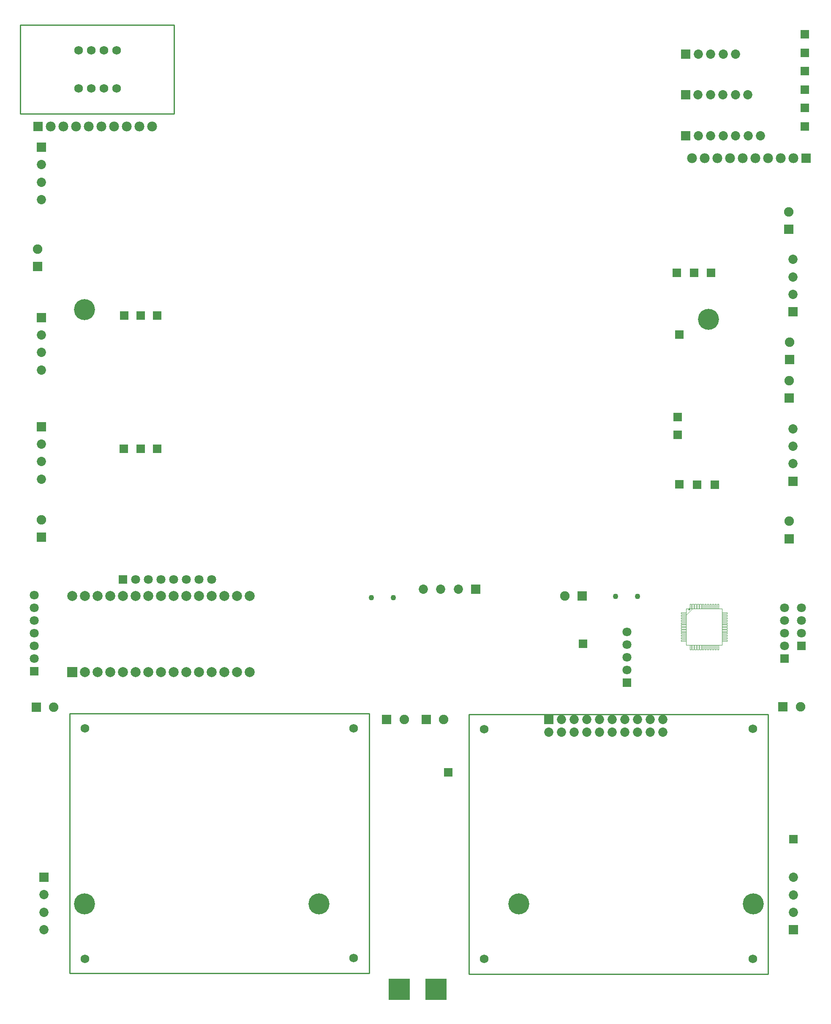
<source format=gbs>
G04*
G04 #@! TF.GenerationSoftware,Altium Limited,Altium NEXUS,2.1.5 (53)*
G04*
G04 Layer_Color=16711935*
%FSLAX44Y44*%
%MOMM*%
G71*
G01*
G75*
%ADD15C,0.2540*%
%ADD19C,0.0762*%
%ADD21C,0.0254*%
%ADD103C,4.2032*%
%ADD104C,1.7272*%
%ADD105R,2.0032X2.0032*%
%ADD106C,2.0032*%
%ADD107R,1.8532X1.8532*%
%ADD108C,1.8532*%
%ADD109R,1.8032X1.8032*%
%ADD110R,1.8532X1.8532*%
%ADD111R,1.8032X1.8032*%
%ADD112R,1.9032X1.9032*%
%ADD113C,1.9032*%
%ADD114R,1.9032X1.9032*%
%ADD115C,1.1032*%
%ADD116C,1.8032*%
%ADD117R,1.9812X1.9812*%
%ADD118C,1.9812*%
%ADD119R,4.2032X4.2032*%
D15*
X700050Y91536D02*
Y611536D01*
X100050Y91536D02*
Y611536D01*
X700050D01*
X100050Y91536D02*
X700050D01*
X1372Y1812090D02*
Y1990090D01*
Y1812090D02*
X309372D01*
Y1990090D01*
X1372D02*
X309372D01*
X900000Y610000D02*
X1500000D01*
X900000Y90000D02*
X1500000D01*
Y610000D01*
X900000Y90000D02*
Y610000D01*
D19*
X1341232Y822796D02*
Y818261D01*
X1339342Y821662D02*
X1343121Y819395D01*
Y821662D02*
X1339342Y819395D01*
D21*
X1397703Y820928D02*
X1400497D01*
Y830834D01*
X1397703D02*
X1400497D01*
X1397703Y820928D02*
Y830834D01*
X1392703Y820928D02*
X1395497D01*
Y830834D01*
X1392703D02*
X1395497D01*
X1392703Y820928D02*
Y830834D01*
X1387703Y820928D02*
X1390497D01*
Y830834D01*
X1387703D02*
X1390497D01*
X1387703Y820928D02*
Y830834D01*
X1382703Y820928D02*
X1385497D01*
Y830834D01*
X1382703D02*
X1385497D01*
X1382703Y820928D02*
Y830834D01*
X1377703Y820928D02*
X1380497D01*
Y830834D01*
X1377703D02*
X1380497D01*
X1377703Y820928D02*
Y830834D01*
X1372703Y820928D02*
X1375497D01*
Y830834D01*
X1372703D02*
X1375497D01*
X1372703Y820928D02*
Y830834D01*
X1367703Y820928D02*
X1370497D01*
Y830834D01*
X1367703D02*
X1370497D01*
X1367703Y820928D02*
Y830834D01*
X1362703Y820928D02*
X1365497D01*
Y830834D01*
X1362703D02*
X1365497D01*
X1362703Y820928D02*
Y830834D01*
X1357703Y820928D02*
X1360497D01*
Y830834D01*
X1357703D02*
X1360497D01*
X1357703Y820928D02*
Y830834D01*
X1352703Y820928D02*
X1355497D01*
Y830834D01*
X1352703D02*
X1355497D01*
X1352703Y820928D02*
Y830834D01*
X1347703Y820928D02*
X1350497D01*
Y830834D01*
X1347703D02*
X1350497D01*
X1347703Y820928D02*
Y830834D01*
X1342703Y820928D02*
X1345497D01*
Y830834D01*
X1342703D02*
X1345497D01*
X1342703Y820928D02*
Y830834D01*
X1335532Y810963D02*
Y813757D01*
X1325626D02*
X1335532D01*
X1325626Y810963D02*
Y813757D01*
Y810963D02*
X1335532D01*
Y805963D02*
Y808757D01*
X1325626D02*
X1335532D01*
X1325626Y805963D02*
Y808757D01*
Y805963D02*
X1335532D01*
Y800963D02*
Y803757D01*
X1325626D02*
X1335532D01*
X1325626Y800963D02*
Y803757D01*
Y800963D02*
X1335532D01*
Y795963D02*
Y798757D01*
X1325626D02*
X1335532D01*
X1325626Y795963D02*
Y798757D01*
Y795963D02*
X1335532D01*
Y790963D02*
Y793757D01*
X1325626D02*
X1335532D01*
X1325626Y790963D02*
Y793757D01*
Y790963D02*
X1335532D01*
Y785963D02*
Y788757D01*
X1325626D02*
X1335532D01*
X1325626Y785963D02*
Y788757D01*
Y785963D02*
X1335532D01*
Y780963D02*
Y783757D01*
X1325626D02*
X1335532D01*
X1325626Y780963D02*
Y783757D01*
Y780963D02*
X1335532D01*
Y775963D02*
Y778757D01*
X1325626D02*
X1335532D01*
X1325626Y775963D02*
Y778757D01*
Y775963D02*
X1335532D01*
Y770963D02*
Y773757D01*
X1325626D02*
X1335532D01*
X1325626Y770963D02*
Y773757D01*
Y770963D02*
X1335532D01*
Y765963D02*
Y768757D01*
X1325626D02*
X1335532D01*
X1325626Y765963D02*
Y768757D01*
Y765963D02*
X1335532D01*
Y760963D02*
Y763757D01*
X1325626D02*
X1335532D01*
X1325626Y760963D02*
Y763757D01*
Y760963D02*
X1335532D01*
Y755963D02*
Y758757D01*
X1325626D02*
X1335532D01*
X1325626Y755963D02*
Y758757D01*
Y755963D02*
X1335532D01*
X1342703Y748792D02*
X1345497D01*
X1342703Y738886D02*
Y748792D01*
Y738886D02*
X1345497D01*
Y748792D01*
X1347703D02*
X1350497D01*
X1347703Y738886D02*
Y748792D01*
Y738886D02*
X1350497D01*
Y748792D01*
X1352703D02*
X1355497D01*
X1352703Y738886D02*
Y748792D01*
Y738886D02*
X1355497D01*
Y748792D01*
X1357703D02*
X1360497D01*
X1357703Y738886D02*
Y748792D01*
Y738886D02*
X1360497D01*
Y748792D01*
X1362703D02*
X1365497D01*
X1362703Y738886D02*
Y748792D01*
Y738886D02*
X1365497D01*
Y748792D01*
X1367703D02*
X1370497D01*
X1367703Y738886D02*
Y748792D01*
Y738886D02*
X1370497D01*
Y748792D01*
X1372703D02*
X1375497D01*
X1372703Y738886D02*
Y748792D01*
Y738886D02*
X1375497D01*
Y748792D01*
X1377703D02*
X1380497D01*
X1377703Y738886D02*
Y748792D01*
Y738886D02*
X1380497D01*
Y748792D01*
X1382703D02*
X1385497D01*
X1382703Y738886D02*
Y748792D01*
Y738886D02*
X1385497D01*
Y748792D01*
X1387703D02*
X1390497D01*
X1387703Y738886D02*
Y748792D01*
Y738886D02*
X1390497D01*
Y748792D01*
X1392703D02*
X1395497D01*
X1392703Y738886D02*
Y748792D01*
Y738886D02*
X1395497D01*
Y748792D01*
X1397703D02*
X1400497D01*
X1397703Y738886D02*
Y748792D01*
Y738886D02*
X1400497D01*
Y748792D01*
X1407668Y755963D02*
Y758757D01*
Y755963D02*
X1417574D01*
Y758757D01*
X1407668D02*
X1417574D01*
X1407668Y760963D02*
Y763757D01*
Y760963D02*
X1417574D01*
Y763757D01*
X1407668D02*
X1417574D01*
X1407668Y765963D02*
Y768757D01*
Y765963D02*
X1417574D01*
Y768757D01*
X1407668D02*
X1417574D01*
X1407668Y770963D02*
Y773757D01*
Y770963D02*
X1417574D01*
Y773757D01*
X1407668D02*
X1417574D01*
X1407668Y775963D02*
Y778757D01*
Y775963D02*
X1417574D01*
Y778757D01*
X1407668D02*
X1417574D01*
X1407668Y780963D02*
Y783757D01*
Y780963D02*
X1417574D01*
Y783757D01*
X1407668D02*
X1417574D01*
X1407668Y785963D02*
Y788757D01*
Y785963D02*
X1417574D01*
Y788757D01*
X1407668D02*
X1417574D01*
X1407668Y790963D02*
Y793757D01*
Y790963D02*
X1417574D01*
Y793757D01*
X1407668D02*
X1417574D01*
X1407668Y795963D02*
Y798757D01*
Y795963D02*
X1417574D01*
Y798757D01*
X1407668D02*
X1417574D01*
X1407668Y800963D02*
Y803757D01*
Y800963D02*
X1417574D01*
Y803757D01*
X1407668D02*
X1417574D01*
X1407668Y805963D02*
Y808757D01*
Y805963D02*
X1417574D01*
Y808757D01*
X1407668D02*
X1417574D01*
X1407668Y810963D02*
Y813757D01*
Y810963D02*
X1417574D01*
Y813757D01*
X1407668D02*
X1417574D01*
X1335532Y808228D02*
X1348232Y820928D01*
X1335532Y748792D02*
X1407668D01*
Y820928D01*
X1335532D02*
X1407668D01*
X1335532Y748792D02*
Y820928D01*
D103*
X1380000Y1400000D02*
D03*
X130000Y1420000D02*
D03*
X1000000Y230000D02*
D03*
X600000D02*
D03*
X130000D02*
D03*
X1470000D02*
D03*
D104*
X669290Y581406D02*
D03*
Y121666D02*
D03*
X130810Y581406D02*
D03*
Y120396D02*
D03*
X117602Y1863090D02*
D03*
X143002D02*
D03*
X168402D02*
D03*
X193802D02*
D03*
X117602Y1939290D02*
D03*
X143002D02*
D03*
X168402D02*
D03*
X193802D02*
D03*
X1469240Y581140D02*
D03*
Y120130D02*
D03*
X930760Y579870D02*
D03*
Y120130D02*
D03*
D105*
X105410Y694690D02*
D03*
D106*
X130810D02*
D03*
X156210D02*
D03*
X181610D02*
D03*
X207010D02*
D03*
X232410D02*
D03*
X257810D02*
D03*
X283210D02*
D03*
X308610D02*
D03*
X334010D02*
D03*
X359410D02*
D03*
X384810D02*
D03*
X410210D02*
D03*
X435610D02*
D03*
X461010D02*
D03*
Y847090D02*
D03*
X435610D02*
D03*
X410210D02*
D03*
X384810D02*
D03*
X359410D02*
D03*
X334010D02*
D03*
X308610D02*
D03*
X283210D02*
D03*
X257810D02*
D03*
X232410D02*
D03*
X207010D02*
D03*
X181610D02*
D03*
X156210D02*
D03*
X130810D02*
D03*
X105410D02*
D03*
D107*
X913814Y860552D02*
D03*
X1334700Y1931670D02*
D03*
X1334300Y1850390D02*
D03*
X1334700Y1767840D02*
D03*
D108*
X878814Y860552D02*
D03*
X843814D02*
D03*
X808814D02*
D03*
X1060450Y574040D02*
D03*
X1085850Y599440D02*
D03*
Y574040D02*
D03*
X1111250Y599440D02*
D03*
Y574040D02*
D03*
X1136650Y599440D02*
D03*
Y574040D02*
D03*
X1162050Y599440D02*
D03*
Y574040D02*
D03*
X1187450Y599440D02*
D03*
Y574040D02*
D03*
X1212850Y599440D02*
D03*
Y574040D02*
D03*
X1238250Y599440D02*
D03*
Y574040D02*
D03*
X1263650Y599440D02*
D03*
Y574040D02*
D03*
X1289050Y599440D02*
D03*
Y574040D02*
D03*
X1550670Y283360D02*
D03*
Y248360D02*
D03*
Y213360D02*
D03*
X48260Y178640D02*
D03*
Y213640D02*
D03*
Y248640D02*
D03*
X43180Y1299060D02*
D03*
Y1334060D02*
D03*
Y1369060D02*
D03*
X1550000Y1520340D02*
D03*
Y1485340D02*
D03*
Y1450340D02*
D03*
X1549400Y1181530D02*
D03*
Y1146530D02*
D03*
Y1111530D02*
D03*
X43180Y1640130D02*
D03*
Y1675130D02*
D03*
Y1710130D02*
D03*
Y1080620D02*
D03*
Y1115620D02*
D03*
Y1150620D02*
D03*
X1434700Y1931670D02*
D03*
X1409700D02*
D03*
X1384700D02*
D03*
X1359700D02*
D03*
X1359300Y1850390D02*
D03*
X1384300D02*
D03*
X1409300D02*
D03*
X1434300D02*
D03*
X1459300D02*
D03*
X1359700Y1767840D02*
D03*
X1384700D02*
D03*
X1409700D02*
D03*
X1434700D02*
D03*
X1459700D02*
D03*
X1484700D02*
D03*
D109*
X1129030Y751332D02*
D03*
X1393190Y1069340D02*
D03*
X1357630D02*
D03*
X1322070Y1070610D02*
D03*
X1385570Y1493520D02*
D03*
X1351280D02*
D03*
X1316990D02*
D03*
X1573530Y1860550D02*
D03*
Y1786890D02*
D03*
Y1823720D02*
D03*
Y1897380D02*
D03*
Y1934210D02*
D03*
Y1971040D02*
D03*
X209550Y1408430D02*
D03*
X242570D02*
D03*
X275590D02*
D03*
X208280Y1141730D02*
D03*
X242570D02*
D03*
X858774Y493776D02*
D03*
X275590Y1141730D02*
D03*
X1550670Y359664D02*
D03*
X207010Y880110D02*
D03*
D110*
X1060450Y599440D02*
D03*
X1550670Y178360D02*
D03*
X48260Y283640D02*
D03*
X43180Y1404060D02*
D03*
X1550000Y1415340D02*
D03*
X1549400Y1076530D02*
D03*
X43180Y1745130D02*
D03*
Y1185620D02*
D03*
D111*
X1318260Y1205230D02*
D03*
Y1169670D02*
D03*
X1322070Y1370330D02*
D03*
X29210Y695960D02*
D03*
X1216660Y673100D02*
D03*
X1532890Y721360D02*
D03*
X1566418Y746760D02*
D03*
D112*
X1127200Y847090D02*
D03*
X1529640Y624840D02*
D03*
X814578Y599694D02*
D03*
X33020Y623824D02*
D03*
X735382Y599694D02*
D03*
D113*
X1092200Y847090D02*
D03*
X1543050Y1355090D02*
D03*
X1541780Y996390D02*
D03*
X1564640Y624840D02*
D03*
X849578Y599694D02*
D03*
X68020Y623824D02*
D03*
X770382Y599694D02*
D03*
X1541780Y1277620D02*
D03*
X35814Y1541018D02*
D03*
X1541272Y1615440D02*
D03*
X43434Y999236D02*
D03*
D114*
X1543050Y1320090D02*
D03*
X1541780Y961390D02*
D03*
Y1242620D02*
D03*
X35814Y1506018D02*
D03*
X1541272Y1580440D02*
D03*
X43434Y964236D02*
D03*
D115*
X704792Y843534D02*
D03*
X748792D02*
D03*
X1193800Y845820D02*
D03*
X1237800D02*
D03*
D116*
X384810Y880110D02*
D03*
X359410D02*
D03*
X334010D02*
D03*
X308610D02*
D03*
X283210D02*
D03*
X257810D02*
D03*
X232410D02*
D03*
X29210Y848360D02*
D03*
Y822960D02*
D03*
Y797560D02*
D03*
Y772160D02*
D03*
Y721360D02*
D03*
Y746760D02*
D03*
X1216660Y698500D02*
D03*
Y723900D02*
D03*
Y749300D02*
D03*
Y774700D02*
D03*
X1532890Y746760D02*
D03*
Y772160D02*
D03*
Y797560D02*
D03*
Y822960D02*
D03*
X1566418D02*
D03*
Y797560D02*
D03*
Y772160D02*
D03*
D117*
X36830Y1786890D02*
D03*
X1576070Y1723390D02*
D03*
D118*
X62230Y1786890D02*
D03*
X87630D02*
D03*
X113030D02*
D03*
X138430D02*
D03*
X163830D02*
D03*
X189230D02*
D03*
X214630D02*
D03*
X240030D02*
D03*
X265430D02*
D03*
X1550670Y1723390D02*
D03*
X1525270D02*
D03*
X1499870D02*
D03*
X1474470D02*
D03*
X1449070D02*
D03*
X1423670D02*
D03*
X1398270D02*
D03*
X1372870D02*
D03*
X1347470D02*
D03*
D119*
X834390Y59690D02*
D03*
X760730D02*
D03*
M02*

</source>
